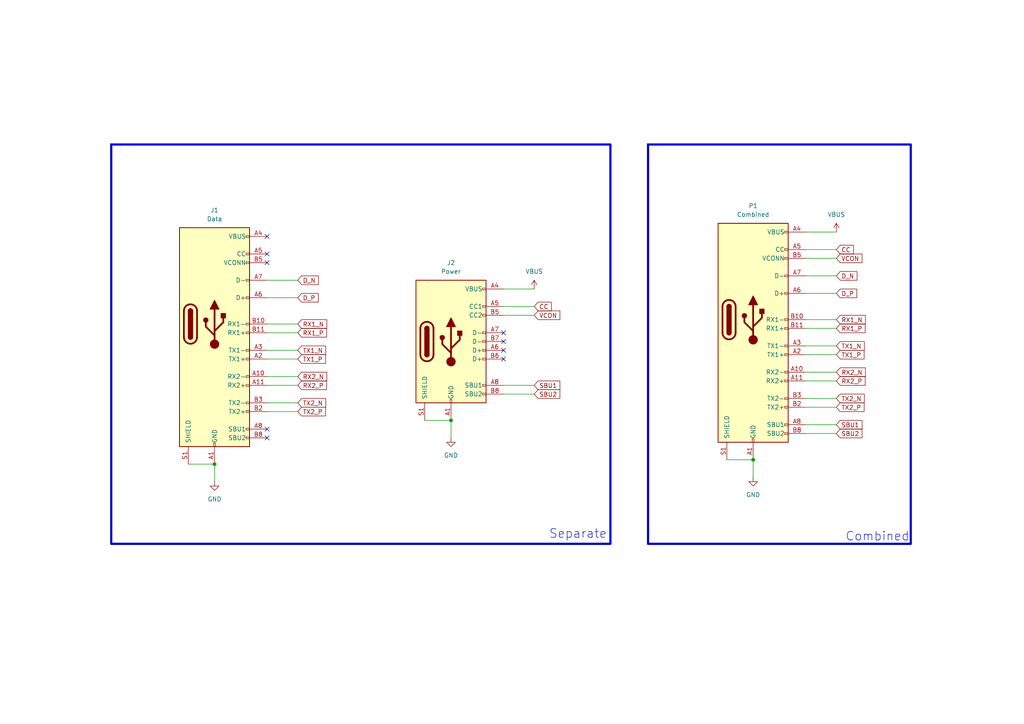
<source format=kicad_sch>
(kicad_sch (version 20250114) (generator "eeschema") (generator_version "9.0")
  (paper "A4")
  (lib_symbols
    (symbol "Connector:USB_C_Plug" (pin_names (offset 1.016))
      (property "Reference" "P" (at -10.16 29.21 0))
      (property "Value" "USB_C_Plug" (at 10.16 29.21 0))
      (symbol "USB_C_Plug_0_0"
        (rectangle (start -0.254 -35.56) (end 0.254 -34.544))
        (rectangle (start 10.16 25.654) (end 9.144 25.146))
        (rectangle (start 10.16 20.574) (end 9.144 20.066))
        (rectangle (start 10.16 18.034) (end 9.144 17.526))
        (rectangle (start 10.16 12.954) (end 9.144 12.446))
        (rectangle (start 10.16 7.874) (end 9.144 7.366))
        (rectangle (start 10.16 0.254) (end 9.144 -0.254))
        (rectangle (start 10.16 -2.286) (end 9.144 -2.794))
        (rectangle (start 10.16 -7.366) (end 9.144 -7.874))
        (rectangle (start 10.16 -9.906) (end 9.144 -10.414))
        (rectangle (start 10.16 -14.986) (end 9.144 -15.494))
        (rectangle (start 10.16 -17.526) (end 9.144 -18.034))
        (rectangle (start 10.16 -22.606) (end 9.144 -23.114))
        (rectangle (start 10.16 -25.146) (end 9.144 -25.654))
        (rectangle (start 10.16 -30.226) (end 9.144 -30.734))
        (rectangle (start 10.16 -32.766) (end 9.144 -33.274))
      )
      (symbol "USB_C_Plug_0_1"
        (rectangle (start -10.16 27.94) (end 10.16 -35.56) (stroke (width 0.254)) (fill (type background)))
        (polyline (pts (xy -8.89 -3.81) (xy -8.89 3.81)) (stroke (width 0.508)))
        (rectangle (start -7.62 -3.81) (end -6.35 3.81) (stroke (width 0.254)) (fill (type outline)))
        (arc (start -7.62 3.81) (mid -6.985 4.4423) (end -6.35 3.81) (stroke (width 0.254)))
        (arc (start -7.62 3.81) (mid -6.985 4.4423) (end -6.35 3.81) (stroke (width 0.254)) (fill (type outline)))
        (arc (start -8.89 3.81) (mid -6.985 5.7067) (end -5.08 3.81) (stroke (width 0.508)))
        (arc (start -5.08 -3.81) (mid -6.985 -5.7067) (end -8.89 -3.81) (stroke (width 0.508)))
        (arc (start -6.35 -3.81) (mid -6.985 -4.4423) (end -7.62 -3.81) (stroke (width 0.254)))
        (arc (start -6.35 -3.81) (mid -6.985 -4.4423) (end -7.62 -3.81) (stroke (width 0.254)) (fill (type outline)))
        (polyline (pts (xy -5.08 3.81) (xy -5.08 -3.81)) (stroke (width 0.508)))
      )
      (symbol "USB_C_Plug_1_1"
        (circle (center -2.54 1.143) (radius 0.635) (stroke (width 0.254)) (fill (type outline)))
        (polyline (pts (xy -1.27 4.318) (xy 0 6.858) (xy 1.27 4.318) (xy -1.27 4.318)) (stroke (width 0.254)) (fill (type outline)))
        (polyline (pts (xy 0 -2.032) (xy 2.54 0.508) (xy 2.54 1.778)) (stroke (width 0.508)))
        (polyline (pts (xy 0 -3.302) (xy -2.54 -0.762) (xy -2.54 0.508)) (stroke (width 0.508)))
        (polyline (pts (xy 0 -5.842) (xy 0 4.318)) (stroke (width 0.508)))
        (circle (center 0 -5.842) (radius 1.27) (fill (type outline)))
        (rectangle (start 1.905 1.778) (end 3.175 3.048) (stroke (width 0.254)) (fill (type outline)))
        (pin passive line (at -7.62 -40.64 90) (length 5.08) (name "SHIELD") (number "S1"))
        (pin passive line (at 0 -40.64 90) (length 5.08) (name "GND") (number "A1"))
        (pin passive line (at 0 -40.64 90) (length 5.08) (hide yes) (name "GND") (number "A12"))
        (pin passive line (at 0 -40.64 90) (length 5.08) (hide yes) (name "GND") (number "B1"))
        (pin passive line (at 0 -40.64 90) (length 5.08) (hide yes) (name "GND") (number "B12"))
        (pin passive line (at 15.24 25.4 180) (length 5.08) (name "VBUS") (number "A4"))
        (pin passive line (at 15.24 25.4 180) (length 5.08) (hide yes) (name "VBUS") (number "A9"))
        (pin passive line (at 15.24 25.4 180) (length 5.08) (hide yes) (name "VBUS") (number "B4"))
        (pin passive line (at 15.24 25.4 180) (length 5.08) (hide yes) (name "VBUS") (number "B9"))
        (pin bidirectional line (at 15.24 20.32 180) (length 5.08) (name "CC") (number "A5"))
        (pin bidirectional line (at 15.24 17.78 180) (length 5.08) (name "VCONN") (number "B5"))
        (pin bidirectional line (at 15.24 12.7 180) (length 5.08) (name "D-") (number "A7"))
        (pin bidirectional line (at 15.24 7.62 180) (length 5.08) (name "D+") (number "A6"))
        (pin bidirectional line (at 15.24 0 180) (length 5.08) (name "RX1-") (number "B10"))
        (pin bidirectional line (at 15.24 -2.54 180) (length 5.08) (name "RX1+") (number "B11"))
        (pin bidirectional line (at 15.24 -7.62 180) (length 5.08) (name "TX1-") (number "A3"))
        (pin bidirectional line (at 15.24 -10.16 180) (length 5.08) (name "TX1+") (number "A2"))
        (pin bidirectional line (at 15.24 -15.24 180) (length 5.08) (name "RX2-") (number "A10"))
        (pin bidirectional line (at 15.24 -17.78 180) (length 5.08) (name "RX2+") (number "A11"))
        (pin bidirectional line (at 15.24 -22.86 180) (length 5.08) (name "TX2-") (number "B3"))
        (pin bidirectional line (at 15.24 -25.4 180) (length 5.08) (name "TX2+") (number "B2"))
        (pin bidirectional line (at 15.24 -30.48 180) (length 5.08) (name "SBU1") (number "A8"))
        (pin bidirectional line (at 15.24 -33.02 180) (length 5.08) (name "SBU2") (number "B8"))
      )
    )
    (symbol "Connector:USB_C_Receptacle_USB2.0_16P" (pin_names (offset 1.016))
      (property "Reference" "J" (at 0 22.225 0))
      (property "Value" "USB_C_Receptacle_USB2.0_16P" (at 0 19.685 0))
      (symbol "USB_C_Receptacle_USB2.0_16P_0_0"
        (rectangle (start -0.254 -17.78) (end 0.254 -16.764))
        (rectangle (start 10.16 15.494) (end 9.144 14.986))
        (rectangle (start 10.16 10.414) (end 9.144 9.906))
        (rectangle (start 10.16 7.874) (end 9.144 7.366))
        (rectangle (start 10.16 2.794) (end 9.144 2.286))
        (rectangle (start 10.16 0.254) (end 9.144 -0.254))
        (rectangle (start 10.16 -2.286) (end 9.144 -2.794))
        (rectangle (start 10.16 -4.826) (end 9.144 -5.334))
        (rectangle (start 10.16 -12.446) (end 9.144 -12.954))
        (rectangle (start 10.16 -14.986) (end 9.144 -15.494))
      )
      (symbol "USB_C_Receptacle_USB2.0_16P_0_1"
        (rectangle (start -10.16 17.78) (end 10.16 -17.78) (stroke (width 0.254)) (fill (type background)))
        (polyline (pts (xy -8.89 -3.81) (xy -8.89 3.81)) (stroke (width 0.508)))
        (rectangle (start -7.62 -3.81) (end -6.35 3.81) (stroke (width 0.254)) (fill (type outline)))
        (arc (start -7.62 3.81) (mid -6.985 4.4423) (end -6.35 3.81) (stroke (width 0.254)))
        (arc (start -7.62 3.81) (mid -6.985 4.4423) (end -6.35 3.81) (stroke (width 0.254)) (fill (type outline)))
        (arc (start -8.89 3.81) (mid -6.985 5.7067) (end -5.08 3.81) (stroke (width 0.508)))
        (arc (start -5.08 -3.81) (mid -6.985 -5.7067) (end -8.89 -3.81) (stroke (width 0.508)))
        (arc (start -6.35 -3.81) (mid -6.985 -4.4423) (end -7.62 -3.81) (stroke (width 0.254)))
        (arc (start -6.35 -3.81) (mid -6.985 -4.4423) (end -7.62 -3.81) (stroke (width 0.254)) (fill (type outline)))
        (polyline (pts (xy -5.08 3.81) (xy -5.08 -3.81)) (stroke (width 0.508)))
        (circle (center -2.54 1.143) (radius 0.635) (stroke (width 0.254)) (fill (type outline)))
        (polyline (pts (xy -1.27 4.318) (xy 0 6.858) (xy 1.27 4.318) (xy -1.27 4.318)) (stroke (width 0.254)) (fill (type outline)))
        (polyline (pts (xy 0 -2.032) (xy 2.54 0.508) (xy 2.54 1.778)) (stroke (width 0.508)))
        (polyline (pts (xy 0 -3.302) (xy -2.54 -0.762) (xy -2.54 0.508)) (stroke (width 0.508)))
        (polyline (pts (xy 0 -5.842) (xy 0 4.318)) (stroke (width 0.508)))
        (circle (center 0 -5.842) (radius 1.27) (fill (type outline)))
        (rectangle (start 1.905 1.778) (end 3.175 3.048) (stroke (width 0.254)) (fill (type outline)))
      )
      (symbol "USB_C_Receptacle_USB2.0_16P_1_1"
        (pin passive line (at -7.62 -22.86 90) (length 5.08) (name "SHIELD") (number "S1"))
        (pin passive line (at 0 -22.86 90) (length 5.08) (name "GND") (number "A1"))
        (pin passive line (at 0 -22.86 90) (length 5.08) (hide yes) (name "GND") (number "A12"))
        (pin passive line (at 0 -22.86 90) (length 5.08) (hide yes) (name "GND") (number "B1"))
        (pin passive line (at 0 -22.86 90) (length 5.08) (hide yes) (name "GND") (number "B12"))
        (pin passive line (at 15.24 15.24 180) (length 5.08) (name "VBUS") (number "A4"))
        (pin passive line (at 15.24 15.24 180) (length 5.08) (hide yes) (name "VBUS") (number "A9"))
        (pin passive line (at 15.24 15.24 180) (length 5.08) (hide yes) (name "VBUS") (number "B4"))
        (pin passive line (at 15.24 15.24 180) (length 5.08) (hide yes) (name "VBUS") (number "B9"))
        (pin bidirectional line (at 15.24 10.16 180) (length 5.08) (name "CC1") (number "A5"))
        (pin bidirectional line (at 15.24 7.62 180) (length 5.08) (name "CC2") (number "B5"))
        (pin bidirectional line (at 15.24 2.54 180) (length 5.08) (name "D-") (number "A7"))
        (pin bidirectional line (at 15.24 0 180) (length 5.08) (name "D-") (number "B7"))
        (pin bidirectional line (at 15.24 -2.54 180) (length 5.08) (name "D+") (number "A6"))
        (pin bidirectional line (at 15.24 -5.08 180) (length 5.08) (name "D+") (number "B6"))
        (pin bidirectional line (at 15.24 -12.7 180) (length 5.08) (name "SBU1") (number "A8"))
        (pin bidirectional line (at 15.24 -15.24 180) (length 5.08) (name "SBU2") (number "B8"))
      )
    )
    (symbol "power:GND" (power) (pin_numbers (hide yes)) (pin_names (offset 0) (hide yes))
      (property "Value" "GND" (at 0 -3.81 0))
      (symbol "GND_0_1"
        (polyline (pts (xy 0 0) (xy 0 -1.27) (xy 1.27 -1.27) (xy 0 -2.54) (xy -1.27 -1.27) (xy 0 -1.27)))
      )
      (symbol "GND_1_1"
        (pin power_in line (at 0 0 270) (length 0) (name "~") (number "1"))
      )
    )
    (symbol "power:VBUS" (power) (pin_numbers (hide yes)) (pin_names (offset 0) (hide yes))
      (property "Value" "VBUS" (at 0 3.556 0))
      (symbol "VBUS_0_1"
        (polyline (pts (xy -0.762 1.27) (xy 0 2.54)))
        (polyline (pts (xy 0 2.54) (xy 0.762 1.27)))
        (polyline (pts (xy 0 0) (xy 0 2.54)))
      )
      (symbol "VBUS_1_1"
        (pin power_in line (at 0 0 90) (length 0) (name "~") (number "1"))
      )
    )
  )
  (rectangle (start 187.96 41.91) (end 264.16 157.734) (stroke (width 0.635)))
  (rectangle (start 32.258 41.91) (end 177.038 157.734) (stroke (width 0.635)))
  (text "Combined" (at 254.508 155.702 0) (effects (font (size 2.54 2.54))))
  (text "Separate" (at 167.64 154.94 0) (effects (font (size 2.54 2.54))))
  (junction (at 130.81 121.92))
  (junction (at 62.23 134.62))
  (junction (at 218.44 133.35))
  (no_connect (at 146.05 104.14))
  (no_connect (at 146.05 99.06))
  (no_connect (at 77.47 124.46))
  (no_connect (at 77.47 73.66))
  (no_connect (at 146.05 101.6))
  (no_connect (at 146.05 96.52))
  (no_connect (at 77.47 68.58))
  (no_connect (at 77.47 76.2))
  (no_connect (at 77.47 127))
  (wire (pts (xy 242.57 102.87) (xy 233.68 102.87)))
  (wire (pts (xy 130.81 121.92) (xy 130.81 127)))
  (wire (pts (xy 86.36 101.6) (xy 77.47 101.6)))
  (wire (pts (xy 242.57 123.19) (xy 233.68 123.19)))
  (wire (pts (xy 154.94 114.3) (xy 146.05 114.3)))
  (wire (pts (xy 242.57 107.95) (xy 233.68 107.95)))
  (wire (pts (xy 242.57 95.25) (xy 233.68 95.25)))
  (wire (pts (xy 86.36 93.98) (xy 77.47 93.98)))
  (wire (pts (xy 86.36 104.14) (xy 77.47 104.14)))
  (wire (pts (xy 233.68 74.93) (xy 242.57 74.93)))
  (wire (pts (xy 242.57 92.71) (xy 233.68 92.71)))
  (wire (pts (xy 86.36 96.52) (xy 77.47 96.52)))
  (wire (pts (xy 242.57 125.73) (xy 233.68 125.73)))
  (wire (pts (xy 123.19 121.92) (xy 130.81 121.92)))
  (wire (pts (xy 233.68 85.09) (xy 242.57 85.09)))
  (wire (pts (xy 86.36 111.76) (xy 77.47 111.76)))
  (wire (pts (xy 242.57 100.33) (xy 233.68 100.33)))
  (wire (pts (xy 146.05 91.44) (xy 154.94 91.44)))
  (wire (pts (xy 218.44 133.35) (xy 218.44 138.43)))
  (wire (pts (xy 242.57 72.39) (xy 233.68 72.39)))
  (wire (pts (xy 242.57 118.11) (xy 233.68 118.11)))
  (wire (pts (xy 242.57 110.49) (xy 233.68 110.49)))
  (wire (pts (xy 154.94 111.76) (xy 146.05 111.76)))
  (wire (pts (xy 77.47 86.36) (xy 86.36 86.36)))
  (wire (pts (xy 154.94 83.82) (xy 146.05 83.82)))
  (wire (pts (xy 242.57 115.57) (xy 233.68 115.57)))
  (wire (pts (xy 86.36 109.22) (xy 77.47 109.22)))
  (wire (pts (xy 77.47 81.28) (xy 86.36 81.28)))
  (wire (pts (xy 210.82 133.35) (xy 218.44 133.35)))
  (wire (pts (xy 242.57 67.31) (xy 233.68 67.31)))
  (wire (pts (xy 86.36 119.38) (xy 77.47 119.38)))
  (wire (pts (xy 62.23 134.62) (xy 62.23 139.7)))
  (wire (pts (xy 233.68 80.01) (xy 242.57 80.01)))
  (wire (pts (xy 54.61 134.62) (xy 62.23 134.62)))
  (wire (pts (xy 154.94 88.9) (xy 146.05 88.9)))
  (wire (pts (xy 86.36 116.84) (xy 77.47 116.84)))
  (global_label "CC" (shape input) (at 242.57 72.39 0) (property "Intersheetrefs" "${INTERSHEET_REFS}" (effects (hide yes))))
  (global_label "D_P" (shape input) (at 86.36 86.36 0) (property "Intersheetrefs" "${INTERSHEET_REFS}" (effects (hide yes))))
  (global_label "TX1_P" (shape input) (at 86.36 104.14 0) (property "Intersheetrefs" "${INTERSHEET_REFS}" (effects (hide yes))))
  (global_label "RX2_P" (shape input) (at 86.36 111.76 0) (property "Intersheetrefs" "${INTERSHEET_REFS}" (effects (hide yes))))
  (global_label "TX2_N" (shape input) (at 242.57 115.57 0) (property "Intersheetrefs" "${INTERSHEET_REFS}" (effects (hide yes))))
  (global_label "RX1_N" (shape input) (at 242.57 92.71 0) (property "Intersheetrefs" "${INTERSHEET_REFS}" (effects (hide yes))))
  (global_label "D_N" (shape input) (at 86.36 81.28 0) (property "Intersheetrefs" "${INTERSHEET_REFS}" (effects (hide yes))))
  (global_label "RX1_P" (shape input) (at 242.57 95.25 0) (property "Intersheetrefs" "${INTERSHEET_REFS}" (effects (hide yes))))
  (global_label "RX1_N" (shape input) (at 86.36 93.98 0) (property "Intersheetrefs" "${INTERSHEET_REFS}" (effects (hide yes))))
  (global_label "TX1_N" (shape input) (at 242.57 100.33 0) (property "Intersheetrefs" "${INTERSHEET_REFS}" (effects (hide yes))))
  (global_label "TX2_N" (shape input) (at 86.36 116.84 0) (property "Intersheetrefs" "${INTERSHEET_REFS}" (effects (hide yes))))
  (global_label "TX2_P" (shape input) (at 86.36 119.38 0) (property "Intersheetrefs" "${INTERSHEET_REFS}" (effects (hide yes))))
  (global_label "CC" (shape input) (at 154.94 88.9 0) (property "Intersheetrefs" "${INTERSHEET_REFS}" (effects (hide yes))))
  (global_label "RX2_N" (shape input) (at 242.57 107.95 0) (property "Intersheetrefs" "${INTERSHEET_REFS}" (effects (hide yes))))
  (global_label "D_P" (shape input) (at 242.57 85.09 0) (property "Intersheetrefs" "${INTERSHEET_REFS}" (effects (hide yes))))
  (global_label "SBU1" (shape input) (at 154.94 111.76 0) (property "Intersheetrefs" "${INTERSHEET_REFS}" (effects (hide yes))))
  (global_label "SBU2" (shape input) (at 242.57 125.73 0) (property "Intersheetrefs" "${INTERSHEET_REFS}" (effects (hide yes))))
  (global_label "VCON" (shape input) (at 154.94 91.44 0) (property "Intersheetrefs" "${INTERSHEET_REFS}" (effects (hide yes))))
  (global_label "SBU2" (shape input) (at 154.94 114.3 0) (property "Intersheetrefs" "${INTERSHEET_REFS}" (effects (hide yes))))
  (global_label "D_N" (shape input) (at 242.57 80.01 0) (property "Intersheetrefs" "${INTERSHEET_REFS}" (effects (hide yes))))
  (global_label "VCON" (shape input) (at 242.57 74.93 0) (property "Intersheetrefs" "${INTERSHEET_REFS}" (effects (hide yes))))
  (global_label "RX2_N" (shape input) (at 86.36 109.22 0) (property "Intersheetrefs" "${INTERSHEET_REFS}" (effects (hide yes))))
  (global_label "SBU1" (shape input) (at 242.57 123.19 0) (property "Intersheetrefs" "${INTERSHEET_REFS}" (effects (hide yes))))
  (global_label "TX2_P" (shape input) (at 242.57 118.11 0) (property "Intersheetrefs" "${INTERSHEET_REFS}" (effects (hide yes))))
  (global_label "RX2_P" (shape input) (at 242.57 110.49 0) (property "Intersheetrefs" "${INTERSHEET_REFS}" (effects (hide yes))))
  (global_label "TX1_N" (shape input) (at 86.36 101.6 0) (property "Intersheetrefs" "${INTERSHEET_REFS}" (effects (hide yes))))
  (global_label "TX1_P" (shape input) (at 242.57 102.87 0) (property "Intersheetrefs" "${INTERSHEET_REFS}" (effects (hide yes))))
  (global_label "RX1_P" (shape input) (at 86.36 96.52 0) (property "Intersheetrefs" "${INTERSHEET_REFS}" (effects (hide yes))))
  (symbol (lib_id "power:VBUS") (at 242.57 67.31 0) (unit 1)
    (property "Reference" "#PWR02" (effects (hide yes)))
    (property "Value" "VBUS" (at 242.57 62.23 0))
    (property "Description" "Power symbol creates a global label with name \"VBUS\"" (effects (hide yes)))
  )
  (symbol (lib_id "power:GND") (at 218.44 138.43 0) (unit 1)
    (property "Reference" "#PWR05" (effects (hide yes)))
    (property "Value" "GND" (at 218.44 143.51 0))
    (property "Description" "Power symbol creates a global label with name \"GND\" , ground" (effects (hide yes)))
  )
  (symbol (lib_id "Connector:USB_C_Plug") (at 218.44 92.71 0) (unit 1)
    (property "Reference" "P1" (at 218.44 59.69 0))
    (property "Value" "Combined" (at 218.44 62.23 0))
    (property "Footprint" "Connector_USB:USB_C_Receptacle_Amphenol_12401548E4-2A" (effects (hide yes)))
    (property "Datasheet" "https://www.usb.org/sites/default/files/documents/usb_type-c.zip" (effects (hide yes)))
    (property "Description" "USB Type-C Plug connector" (effects (hide yes)))
  )
  (symbol (lib_id "power:GND") (at 130.81 127 0) (unit 1)
    (property "Reference" "#PWR03" (effects (hide yes)))
    (property "Value" "GND" (at 130.81 132.08 0))
    (property "Description" "Power symbol creates a global label with name \"GND\" , ground" (effects (hide yes)))
  )
  (symbol (lib_id "power:GND") (at 62.23 139.7 0) (unit 1)
    (property "Reference" "#PWR04" (effects (hide yes)))
    (property "Value" "GND" (at 62.23 144.78 0))
    (property "Description" "Power symbol creates a global label with name \"GND\" , ground" (effects (hide yes)))
  )
  (symbol (lib_id "Connector:USB_C_Receptacle_USB2.0_16P") (at 130.81 99.06 0) (unit 1)
    (property "Reference" "J2" (at 130.81 76.2 0))
    (property "Value" "Power" (at 130.81 78.74 0))
    (property "Footprint" "Connector_USB:USB_C_Receptacle_Amphenol_12401548E4-2A" (effects (hide yes)))
    (property "Datasheet" "https://www.usb.org/sites/default/files/documents/usb_type-c.zip" (effects (hide yes)))
    (property "Description" "USB 2.0-only 16P Type-C Receptacle connector" (effects (hide yes)))
  )
  (symbol (lib_id "Connector:USB_C_Plug") (at 62.23 93.98 0) (unit 1)
    (property "Reference" "J1" (at 62.23 60.96 0))
    (property "Value" "Data" (at 62.23 63.5 0))
    (property "Footprint" "Connector_USB:USB_C_Receptacle_Amphenol_12401548E4-2A" (effects (hide yes)))
    (property "Datasheet" "https://www.usb.org/sites/default/files/documents/usb_type-c.zip" (effects (hide yes)))
    (property "Description" "USB Type-C Plug connector" (effects (hide yes)))
  )
  (symbol (lib_id "power:VBUS") (at 154.94 83.82 0) (unit 1)
    (property "Reference" "#PWR01" (effects (hide yes)))
    (property "Value" "VBUS" (at 154.94 78.74 0))
    (property "Description" "Power symbol creates a global label with name \"VBUS\"" (effects (hide yes)))
  )
)
</source>
